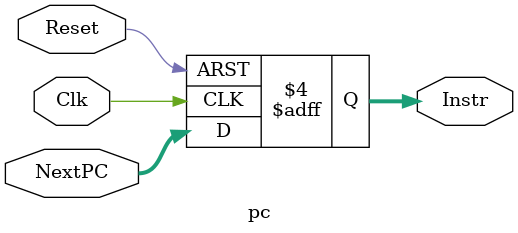
<source format=v>
`timescale 1ns / 1ps
module pc(
    input [31:2] NextPC,
    input Clk,
    input Reset,
    output reg [31:2] Instr
    );
    initial
    	Instr=32'h00003000>>2;
	always@(posedge Clk or posedge Reset)
	begin  
    	if(Reset==1)
        	Instr=32'h00003000;
		else
			Instr=NextPC;
	end
endmodule

</source>
